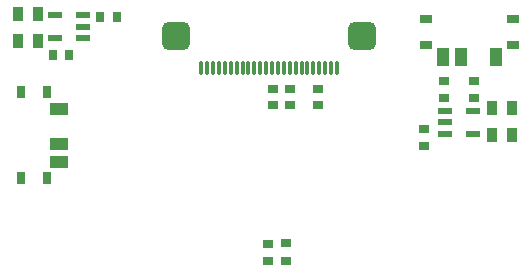
<source format=gtp>
%FSLAX25Y25*%
%MOIN*%
G70*
G01*
G75*
G04 Layer_Color=8421504*
%ADD10R,0.03347X0.03150*%
%ADD11R,0.03150X0.03347*%
%ADD12R,0.03937X0.03150*%
%ADD13R,0.03937X0.05906*%
%ADD14R,0.03150X0.03937*%
%ADD15R,0.05906X0.03937*%
%ADD16R,0.04528X0.02362*%
G04:AMPARAMS|DCode=17|XSize=11.81mil|YSize=47.24mil|CornerRadius=2.95mil|HoleSize=0mil|Usage=FLASHONLY|Rotation=180.000|XOffset=0mil|YOffset=0mil|HoleType=Round|Shape=RoundedRectangle|*
%AMROUNDEDRECTD17*
21,1,0.01181,0.04134,0,0,180.0*
21,1,0.00591,0.04724,0,0,180.0*
1,1,0.00591,-0.00295,0.02067*
1,1,0.00591,0.00295,0.02067*
1,1,0.00591,0.00295,-0.02067*
1,1,0.00591,-0.00295,-0.02067*
%
%ADD17ROUNDEDRECTD17*%
G04:AMPARAMS|DCode=18|XSize=94.49mil|YSize=94.49mil|CornerRadius=23.62mil|HoleSize=0mil|Usage=FLASHONLY|Rotation=180.000|XOffset=0mil|YOffset=0mil|HoleType=Round|Shape=RoundedRectangle|*
%AMROUNDEDRECTD18*
21,1,0.09449,0.04724,0,0,180.0*
21,1,0.04724,0.09449,0,0,180.0*
1,1,0.04724,-0.02362,0.02362*
1,1,0.04724,0.02362,0.02362*
1,1,0.04724,0.02362,-0.02362*
1,1,0.04724,-0.02362,-0.02362*
%
%ADD18ROUNDEDRECTD18*%
%ADD19R,0.03543X0.04921*%
%ADD20C,0.00600*%
%ADD21C,0.01000*%
%ADD22C,0.01400*%
%ADD23C,0.05500*%
%ADD24R,0.05500X0.05500*%
%ADD25R,0.05700X0.05700*%
%ADD26C,0.05700*%
%ADD27C,0.05512*%
%ADD28C,0.05906*%
%ADD29C,0.21000*%
%ADD30C,0.04000*%
%ADD31C,0.02500*%
%ADD32C,0.02700*%
%ADD33C,0.00984*%
%ADD34C,0.01969*%
%ADD35C,0.04000*%
%ADD36C,0.00787*%
%ADD37C,0.01200*%
%ADD38C,0.00591*%
%ADD39C,0.00100*%
D10*
X132369Y-2785D02*
D03*
Y-8297D02*
D03*
X142355Y-2785D02*
D03*
Y-8297D02*
D03*
X125569Y-24137D02*
D03*
Y-18625D02*
D03*
X90169Y-5188D02*
D03*
Y-10700D02*
D03*
X75069Y-5188D02*
D03*
Y-10700D02*
D03*
X80821Y-5188D02*
D03*
Y-10700D02*
D03*
X79464Y-56647D02*
D03*
Y-62553D02*
D03*
X73525Y-62556D02*
D03*
Y-57044D02*
D03*
D11*
X1795Y6200D02*
D03*
X7306D02*
D03*
X23125Y18700D02*
D03*
X17613D02*
D03*
D12*
X155139Y17931D02*
D03*
Y9269D02*
D03*
X126399D02*
D03*
Y17931D02*
D03*
D13*
X137769Y5529D02*
D03*
X131864D02*
D03*
X149580D02*
D03*
D14*
X-8661Y-6330D02*
D03*
X0D02*
D03*
Y-35070D02*
D03*
X-8661D02*
D03*
D15*
X3740Y-23700D02*
D03*
Y-29605D02*
D03*
Y-11889D02*
D03*
D16*
X141895Y-12660D02*
D03*
Y-20140D02*
D03*
X132643D02*
D03*
Y-16400D02*
D03*
Y-12660D02*
D03*
X11795Y11760D02*
D03*
Y15500D02*
D03*
Y19240D02*
D03*
X2543D02*
D03*
Y11760D02*
D03*
D17*
X96569Y1700D02*
D03*
X94601D02*
D03*
X92632D02*
D03*
X90664D02*
D03*
X88695D02*
D03*
X86727D02*
D03*
X84758D02*
D03*
X82790D02*
D03*
X80821D02*
D03*
X78853D02*
D03*
X76884D02*
D03*
X74916D02*
D03*
X72947D02*
D03*
X70979D02*
D03*
X69010D02*
D03*
X67042D02*
D03*
X65073D02*
D03*
X63105D02*
D03*
X61136D02*
D03*
X59168D02*
D03*
X57199D02*
D03*
X55231D02*
D03*
X53262D02*
D03*
X51294D02*
D03*
D18*
X104837Y12330D02*
D03*
X43027D02*
D03*
D19*
X148323Y-11659D02*
D03*
X155016D02*
D03*
X-3084Y10800D02*
D03*
X-9777D02*
D03*
X148123Y-20600D02*
D03*
X154816D02*
D03*
X-3084Y19800D02*
D03*
X-9777D02*
D03*
M02*

</source>
